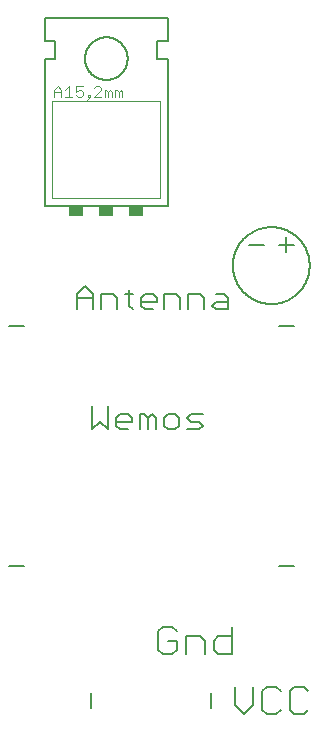
<source format=gbr>
G04 EAGLE Gerber RS-274X export*
G75*
%MOMM*%
%FSLAX34Y34*%
%LPD*%
%INSilkscreen Top*%
%IPPOS*%
%AMOC8*
5,1,8,0,0,1.08239X$1,22.5*%
G01*
%ADD10C,0.177800*%
%ADD11C,0.203200*%
%ADD12C,0.152400*%
%ADD13C,0.050800*%
%ADD14C,0.101600*%
%ADD15R,1.270000X0.889000*%


D10*
X254889Y635889D02*
X254889Y649278D01*
X261583Y655972D01*
X268278Y649278D01*
X268278Y635889D01*
X268278Y645931D02*
X254889Y645931D01*
X275003Y649278D02*
X275003Y635889D01*
X275003Y649278D02*
X285044Y649278D01*
X288391Y645931D01*
X288391Y635889D01*
X298464Y639236D02*
X298464Y652625D01*
X298464Y639236D02*
X301811Y635889D01*
X301811Y649278D02*
X295116Y649278D01*
X311873Y635889D02*
X318567Y635889D01*
X311873Y635889D02*
X308525Y639236D01*
X308525Y645931D01*
X311873Y649278D01*
X318567Y649278D01*
X321914Y645931D01*
X321914Y642583D01*
X308525Y642583D01*
X328639Y635889D02*
X328639Y649278D01*
X338681Y649278D01*
X342028Y645931D01*
X342028Y635889D01*
X348753Y635889D02*
X348753Y649278D01*
X358794Y649278D01*
X362141Y645931D01*
X362141Y635889D01*
X372214Y649278D02*
X378908Y649278D01*
X382255Y645931D01*
X382255Y635889D01*
X372214Y635889D01*
X368866Y639236D01*
X372214Y642583D01*
X382255Y642583D01*
D11*
X388052Y316504D02*
X388052Y300912D01*
X395848Y293116D01*
X403644Y300912D01*
X403644Y316504D01*
X423134Y316504D02*
X427032Y312606D01*
X423134Y316504D02*
X415338Y316504D01*
X411440Y312606D01*
X411440Y297014D01*
X415338Y293116D01*
X423134Y293116D01*
X427032Y297014D01*
X446522Y316504D02*
X450420Y312606D01*
X446522Y316504D02*
X438726Y316504D01*
X434828Y312606D01*
X434828Y297014D01*
X438726Y293116D01*
X446522Y293116D01*
X450420Y297014D01*
X339188Y363406D02*
X335290Y367304D01*
X327494Y367304D01*
X323596Y363406D01*
X323596Y347814D01*
X327494Y343916D01*
X335290Y343916D01*
X339188Y347814D01*
X339188Y355610D01*
X331392Y355610D01*
X346984Y359508D02*
X346984Y343916D01*
X346984Y359508D02*
X358678Y359508D01*
X362576Y355610D01*
X362576Y343916D01*
X385964Y343916D02*
X385964Y367304D01*
X385964Y343916D02*
X374270Y343916D01*
X370372Y347814D01*
X370372Y355610D01*
X374270Y359508D01*
X385964Y359508D01*
D10*
X267589Y534289D02*
X267589Y554372D01*
X274283Y540983D02*
X267589Y534289D01*
X274283Y540983D02*
X280978Y534289D01*
X280978Y554372D01*
X291050Y534289D02*
X297744Y534289D01*
X291050Y534289D02*
X287703Y537636D01*
X287703Y544331D01*
X291050Y547678D01*
X297744Y547678D01*
X301091Y544331D01*
X301091Y540983D01*
X287703Y540983D01*
X307816Y534289D02*
X307816Y547678D01*
X311164Y547678D01*
X314511Y544331D01*
X314511Y534289D01*
X314511Y544331D02*
X317858Y547678D01*
X321205Y544331D01*
X321205Y534289D01*
X331277Y534289D02*
X337972Y534289D01*
X341319Y537636D01*
X341319Y544331D01*
X337972Y547678D01*
X331277Y547678D01*
X327930Y544331D01*
X327930Y537636D01*
X331277Y534289D01*
X348044Y534289D02*
X358085Y534289D01*
X361432Y537636D01*
X358085Y540983D01*
X351391Y540983D01*
X348044Y544331D01*
X351391Y547678D01*
X361432Y547678D01*
D11*
X209550Y419100D02*
X196850Y419100D01*
X196850Y622300D02*
X209550Y622300D01*
X425450Y622300D02*
X438150Y622300D01*
X438150Y419100D02*
X425450Y419100D01*
X266700Y311150D02*
X266700Y298450D01*
X368300Y298450D02*
X368300Y311150D01*
D12*
X331470Y723900D02*
X227330Y723900D01*
X227330Y882650D02*
X331470Y882650D01*
X331470Y848360D02*
X331470Y723900D01*
X331470Y848360D02*
X322580Y848360D01*
X322580Y863600D01*
X331470Y863600D01*
X331470Y882650D01*
X227330Y848360D02*
X227330Y723900D01*
X227330Y848360D02*
X236220Y848360D01*
X236220Y863600D01*
X227330Y863600D01*
X227330Y882650D01*
D13*
X233680Y730250D02*
X325120Y730250D01*
X325120Y812800D01*
X233680Y812800D01*
X233680Y730250D01*
D12*
X261366Y848360D02*
X261371Y848803D01*
X261388Y849245D01*
X261415Y849687D01*
X261453Y850128D01*
X261502Y850568D01*
X261561Y851006D01*
X261632Y851443D01*
X261713Y851878D01*
X261804Y852311D01*
X261906Y852742D01*
X262019Y853170D01*
X262143Y853595D01*
X262276Y854017D01*
X262420Y854435D01*
X262574Y854850D01*
X262739Y855261D01*
X262913Y855668D01*
X263097Y856071D01*
X263292Y856468D01*
X263495Y856861D01*
X263709Y857249D01*
X263932Y857631D01*
X264164Y858008D01*
X264405Y858379D01*
X264656Y858744D01*
X264915Y859103D01*
X265183Y859455D01*
X265460Y859801D01*
X265744Y860139D01*
X266038Y860471D01*
X266339Y860795D01*
X266648Y861112D01*
X266965Y861421D01*
X267289Y861722D01*
X267621Y862016D01*
X267959Y862300D01*
X268305Y862577D01*
X268657Y862845D01*
X269016Y863104D01*
X269381Y863355D01*
X269752Y863596D01*
X270129Y863828D01*
X270511Y864051D01*
X270899Y864265D01*
X271292Y864468D01*
X271689Y864663D01*
X272092Y864847D01*
X272499Y865021D01*
X272910Y865186D01*
X273325Y865340D01*
X273743Y865484D01*
X274165Y865617D01*
X274590Y865741D01*
X275018Y865854D01*
X275449Y865956D01*
X275882Y866047D01*
X276317Y866128D01*
X276754Y866199D01*
X277192Y866258D01*
X277632Y866307D01*
X278073Y866345D01*
X278515Y866372D01*
X278957Y866389D01*
X279400Y866394D01*
X279843Y866389D01*
X280285Y866372D01*
X280727Y866345D01*
X281168Y866307D01*
X281608Y866258D01*
X282046Y866199D01*
X282483Y866128D01*
X282918Y866047D01*
X283351Y865956D01*
X283782Y865854D01*
X284210Y865741D01*
X284635Y865617D01*
X285057Y865484D01*
X285475Y865340D01*
X285890Y865186D01*
X286301Y865021D01*
X286708Y864847D01*
X287111Y864663D01*
X287508Y864468D01*
X287901Y864265D01*
X288289Y864051D01*
X288671Y863828D01*
X289048Y863596D01*
X289419Y863355D01*
X289784Y863104D01*
X290143Y862845D01*
X290495Y862577D01*
X290841Y862300D01*
X291179Y862016D01*
X291511Y861722D01*
X291835Y861421D01*
X292152Y861112D01*
X292461Y860795D01*
X292762Y860471D01*
X293056Y860139D01*
X293340Y859801D01*
X293617Y859455D01*
X293885Y859103D01*
X294144Y858744D01*
X294395Y858379D01*
X294636Y858008D01*
X294868Y857631D01*
X295091Y857249D01*
X295305Y856861D01*
X295508Y856468D01*
X295703Y856071D01*
X295887Y855668D01*
X296061Y855261D01*
X296226Y854850D01*
X296380Y854435D01*
X296524Y854017D01*
X296657Y853595D01*
X296781Y853170D01*
X296894Y852742D01*
X296996Y852311D01*
X297087Y851878D01*
X297168Y851443D01*
X297239Y851006D01*
X297298Y850568D01*
X297347Y850128D01*
X297385Y849687D01*
X297412Y849245D01*
X297429Y848803D01*
X297434Y848360D01*
X297429Y847917D01*
X297412Y847475D01*
X297385Y847033D01*
X297347Y846592D01*
X297298Y846152D01*
X297239Y845714D01*
X297168Y845277D01*
X297087Y844842D01*
X296996Y844409D01*
X296894Y843978D01*
X296781Y843550D01*
X296657Y843125D01*
X296524Y842703D01*
X296380Y842285D01*
X296226Y841870D01*
X296061Y841459D01*
X295887Y841052D01*
X295703Y840649D01*
X295508Y840252D01*
X295305Y839859D01*
X295091Y839471D01*
X294868Y839089D01*
X294636Y838712D01*
X294395Y838341D01*
X294144Y837976D01*
X293885Y837617D01*
X293617Y837265D01*
X293340Y836919D01*
X293056Y836581D01*
X292762Y836249D01*
X292461Y835925D01*
X292152Y835608D01*
X291835Y835299D01*
X291511Y834998D01*
X291179Y834704D01*
X290841Y834420D01*
X290495Y834143D01*
X290143Y833875D01*
X289784Y833616D01*
X289419Y833365D01*
X289048Y833124D01*
X288671Y832892D01*
X288289Y832669D01*
X287901Y832455D01*
X287508Y832252D01*
X287111Y832057D01*
X286708Y831873D01*
X286301Y831699D01*
X285890Y831534D01*
X285475Y831380D01*
X285057Y831236D01*
X284635Y831103D01*
X284210Y830979D01*
X283782Y830866D01*
X283351Y830764D01*
X282918Y830673D01*
X282483Y830592D01*
X282046Y830521D01*
X281608Y830462D01*
X281168Y830413D01*
X280727Y830375D01*
X280285Y830348D01*
X279843Y830331D01*
X279400Y830326D01*
X278957Y830331D01*
X278515Y830348D01*
X278073Y830375D01*
X277632Y830413D01*
X277192Y830462D01*
X276754Y830521D01*
X276317Y830592D01*
X275882Y830673D01*
X275449Y830764D01*
X275018Y830866D01*
X274590Y830979D01*
X274165Y831103D01*
X273743Y831236D01*
X273325Y831380D01*
X272910Y831534D01*
X272499Y831699D01*
X272092Y831873D01*
X271689Y832057D01*
X271292Y832252D01*
X270899Y832455D01*
X270511Y832669D01*
X270129Y832892D01*
X269752Y833124D01*
X269381Y833365D01*
X269016Y833616D01*
X268657Y833875D01*
X268305Y834143D01*
X267959Y834420D01*
X267621Y834704D01*
X267289Y834998D01*
X266965Y835299D01*
X266648Y835608D01*
X266339Y835925D01*
X266038Y836249D01*
X265744Y836581D01*
X265460Y836919D01*
X265183Y837265D01*
X264915Y837617D01*
X264656Y837976D01*
X264405Y838341D01*
X264164Y838712D01*
X263932Y839089D01*
X263709Y839471D01*
X263495Y839859D01*
X263292Y840252D01*
X263097Y840649D01*
X262913Y841052D01*
X262739Y841459D01*
X262574Y841870D01*
X262420Y842285D01*
X262276Y842703D01*
X262143Y843125D01*
X262019Y843550D01*
X261906Y843978D01*
X261804Y844409D01*
X261713Y844842D01*
X261632Y845277D01*
X261561Y845714D01*
X261502Y846152D01*
X261453Y846592D01*
X261415Y847033D01*
X261388Y847475D01*
X261371Y847917D01*
X261366Y848360D01*
D14*
X235458Y821780D02*
X235458Y815848D01*
X235458Y821780D02*
X238424Y824746D01*
X241390Y821780D01*
X241390Y815848D01*
X241390Y820297D02*
X235458Y820297D01*
X244579Y821780D02*
X247545Y824746D01*
X247545Y815848D01*
X244579Y815848D02*
X250511Y815848D01*
X253701Y824746D02*
X259632Y824746D01*
X253701Y824746D02*
X253701Y820297D01*
X256666Y821780D01*
X258149Y821780D01*
X259632Y820297D01*
X259632Y817331D01*
X258149Y815848D01*
X255184Y815848D01*
X253701Y817331D01*
X262822Y812882D02*
X265788Y815848D01*
X265788Y817331D01*
X264305Y817331D01*
X264305Y815848D01*
X265788Y815848D01*
X268903Y815848D02*
X274835Y815848D01*
X268903Y815848D02*
X274835Y821780D01*
X274835Y823263D01*
X273352Y824746D01*
X270386Y824746D01*
X268903Y823263D01*
X278024Y821780D02*
X278024Y815848D01*
X278024Y821780D02*
X279507Y821780D01*
X280990Y820297D01*
X280990Y815848D01*
X280990Y820297D02*
X282473Y821780D01*
X283956Y820297D01*
X283956Y815848D01*
X287145Y815848D02*
X287145Y821780D01*
X288628Y821780D01*
X290111Y820297D01*
X290111Y815848D01*
X290111Y820297D02*
X291594Y821780D01*
X293077Y820297D01*
X293077Y815848D01*
D15*
X304800Y719455D03*
X279400Y719455D03*
X254000Y719455D03*
D11*
X400050Y690880D02*
X412750Y690880D01*
X386600Y673100D02*
X386610Y673898D01*
X386639Y674695D01*
X386688Y675491D01*
X386756Y676286D01*
X386844Y677078D01*
X386952Y677869D01*
X387078Y678656D01*
X387224Y679440D01*
X387390Y680221D01*
X387574Y680997D01*
X387777Y681768D01*
X387999Y682534D01*
X388240Y683295D01*
X388500Y684049D01*
X388778Y684797D01*
X389074Y685537D01*
X389388Y686270D01*
X389720Y686996D01*
X390070Y687712D01*
X390438Y688420D01*
X390822Y689119D01*
X391224Y689808D01*
X391642Y690487D01*
X392077Y691156D01*
X392528Y691814D01*
X392996Y692460D01*
X393479Y693095D01*
X393977Y693718D01*
X394491Y694328D01*
X395019Y694926D01*
X395562Y695510D01*
X396119Y696081D01*
X396690Y696638D01*
X397274Y697181D01*
X397872Y697709D01*
X398482Y698223D01*
X399105Y698721D01*
X399740Y699204D01*
X400386Y699672D01*
X401044Y700123D01*
X401713Y700558D01*
X402392Y700976D01*
X403081Y701378D01*
X403780Y701762D01*
X404488Y702130D01*
X405204Y702480D01*
X405930Y702812D01*
X406663Y703126D01*
X407403Y703422D01*
X408151Y703700D01*
X408905Y703960D01*
X409666Y704201D01*
X410432Y704423D01*
X411203Y704626D01*
X411979Y704810D01*
X412760Y704976D01*
X413544Y705122D01*
X414331Y705248D01*
X415122Y705356D01*
X415914Y705444D01*
X416709Y705512D01*
X417505Y705561D01*
X418302Y705590D01*
X419100Y705600D01*
X419898Y705590D01*
X420695Y705561D01*
X421491Y705512D01*
X422286Y705444D01*
X423078Y705356D01*
X423869Y705248D01*
X424656Y705122D01*
X425440Y704976D01*
X426221Y704810D01*
X426997Y704626D01*
X427768Y704423D01*
X428534Y704201D01*
X429295Y703960D01*
X430049Y703700D01*
X430797Y703422D01*
X431537Y703126D01*
X432270Y702812D01*
X432996Y702480D01*
X433712Y702130D01*
X434420Y701762D01*
X435119Y701378D01*
X435808Y700976D01*
X436487Y700558D01*
X437156Y700123D01*
X437814Y699672D01*
X438460Y699204D01*
X439095Y698721D01*
X439718Y698223D01*
X440328Y697709D01*
X440926Y697181D01*
X441510Y696638D01*
X442081Y696081D01*
X442638Y695510D01*
X443181Y694926D01*
X443709Y694328D01*
X444223Y693718D01*
X444721Y693095D01*
X445204Y692460D01*
X445672Y691814D01*
X446123Y691156D01*
X446558Y690487D01*
X446976Y689808D01*
X447378Y689119D01*
X447762Y688420D01*
X448130Y687712D01*
X448480Y686996D01*
X448812Y686270D01*
X449126Y685537D01*
X449422Y684797D01*
X449700Y684049D01*
X449960Y683295D01*
X450201Y682534D01*
X450423Y681768D01*
X450626Y680997D01*
X450810Y680221D01*
X450976Y679440D01*
X451122Y678656D01*
X451248Y677869D01*
X451356Y677078D01*
X451444Y676286D01*
X451512Y675491D01*
X451561Y674695D01*
X451590Y673898D01*
X451600Y673100D01*
X451590Y672302D01*
X451561Y671505D01*
X451512Y670709D01*
X451444Y669914D01*
X451356Y669122D01*
X451248Y668331D01*
X451122Y667544D01*
X450976Y666760D01*
X450810Y665979D01*
X450626Y665203D01*
X450423Y664432D01*
X450201Y663666D01*
X449960Y662905D01*
X449700Y662151D01*
X449422Y661403D01*
X449126Y660663D01*
X448812Y659930D01*
X448480Y659204D01*
X448130Y658488D01*
X447762Y657780D01*
X447378Y657081D01*
X446976Y656392D01*
X446558Y655713D01*
X446123Y655044D01*
X445672Y654386D01*
X445204Y653740D01*
X444721Y653105D01*
X444223Y652482D01*
X443709Y651872D01*
X443181Y651274D01*
X442638Y650690D01*
X442081Y650119D01*
X441510Y649562D01*
X440926Y649019D01*
X440328Y648491D01*
X439718Y647977D01*
X439095Y647479D01*
X438460Y646996D01*
X437814Y646528D01*
X437156Y646077D01*
X436487Y645642D01*
X435808Y645224D01*
X435119Y644822D01*
X434420Y644438D01*
X433712Y644070D01*
X432996Y643720D01*
X432270Y643388D01*
X431537Y643074D01*
X430797Y642778D01*
X430049Y642500D01*
X429295Y642240D01*
X428534Y641999D01*
X427768Y641777D01*
X426997Y641574D01*
X426221Y641390D01*
X425440Y641224D01*
X424656Y641078D01*
X423869Y640952D01*
X423078Y640844D01*
X422286Y640756D01*
X421491Y640688D01*
X420695Y640639D01*
X419898Y640610D01*
X419100Y640600D01*
X418302Y640610D01*
X417505Y640639D01*
X416709Y640688D01*
X415914Y640756D01*
X415122Y640844D01*
X414331Y640952D01*
X413544Y641078D01*
X412760Y641224D01*
X411979Y641390D01*
X411203Y641574D01*
X410432Y641777D01*
X409666Y641999D01*
X408905Y642240D01*
X408151Y642500D01*
X407403Y642778D01*
X406663Y643074D01*
X405930Y643388D01*
X405204Y643720D01*
X404488Y644070D01*
X403780Y644438D01*
X403081Y644822D01*
X402392Y645224D01*
X401713Y645642D01*
X401044Y646077D01*
X400386Y646528D01*
X399740Y646996D01*
X399105Y647479D01*
X398482Y647977D01*
X397872Y648491D01*
X397274Y649019D01*
X396690Y649562D01*
X396119Y650119D01*
X395562Y650690D01*
X395019Y651274D01*
X394491Y651872D01*
X393977Y652482D01*
X393479Y653105D01*
X392996Y653740D01*
X392528Y654386D01*
X392077Y655044D01*
X391642Y655713D01*
X391224Y656392D01*
X390822Y657081D01*
X390438Y657780D01*
X390070Y658488D01*
X389720Y659204D01*
X389388Y659930D01*
X389074Y660663D01*
X388778Y661403D01*
X388500Y662151D01*
X388240Y662905D01*
X387999Y663666D01*
X387777Y664432D01*
X387574Y665203D01*
X387390Y665979D01*
X387224Y666760D01*
X387078Y667544D01*
X386952Y668331D01*
X386844Y669122D01*
X386756Y669914D01*
X386688Y670709D01*
X386639Y671505D01*
X386610Y672302D01*
X386600Y673100D01*
X425450Y690880D02*
X438150Y690880D01*
X431800Y697230D02*
X431800Y684530D01*
M02*

</source>
